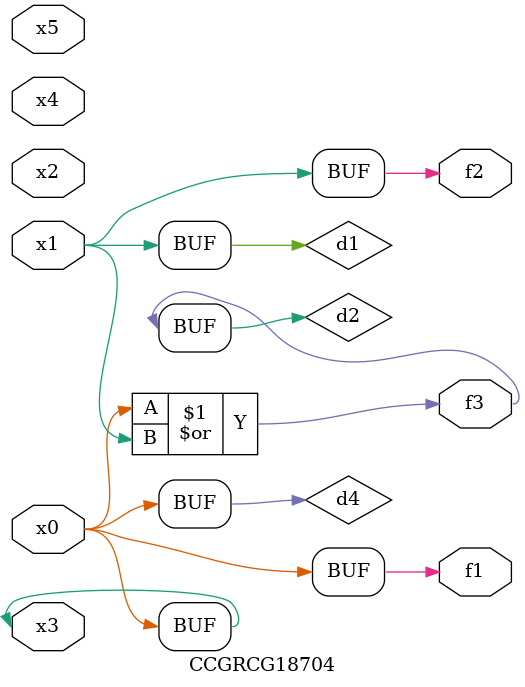
<source format=v>
module CCGRCG18704(
	input x0, x1, x2, x3, x4, x5,
	output f1, f2, f3
);

	wire d1, d2, d3, d4;

	and (d1, x1);
	or (d2, x0, x1);
	nand (d3, x0, x5);
	buf (d4, x0, x3);
	assign f1 = d4;
	assign f2 = d1;
	assign f3 = d2;
endmodule

</source>
